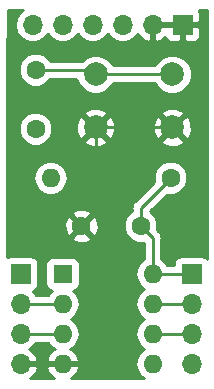
<source format=gbl>
G04 #@! TF.GenerationSoftware,KiCad,Pcbnew,5.0.2+dfsg1-1~bpo9+1*
G04 #@! TF.CreationDate,2020-08-17T14:39:57+01:00*
G04 #@! TF.ProjectId,t85opti,7438356f-7074-4692-9e6b-696361645f70,rev?*
G04 #@! TF.SameCoordinates,Original*
G04 #@! TF.FileFunction,Copper,L2,Bot*
G04 #@! TF.FilePolarity,Positive*
%FSLAX46Y46*%
G04 Gerber Fmt 4.6, Leading zero omitted, Abs format (unit mm)*
G04 Created by KiCad (PCBNEW 5.0.2+dfsg1-1~bpo9+1) date Mon 17 Aug 2020 14:39:57 IST*
%MOMM*%
%LPD*%
G01*
G04 APERTURE LIST*
G04 #@! TA.AperFunction,ComponentPad*
%ADD10C,1.600000*%
G04 #@! TD*
G04 #@! TA.AperFunction,ComponentPad*
%ADD11O,1.600000X1.600000*%
G04 #@! TD*
G04 #@! TA.AperFunction,ComponentPad*
%ADD12C,2.000000*%
G04 #@! TD*
G04 #@! TA.AperFunction,ComponentPad*
%ADD13O,1.700000X1.700000*%
G04 #@! TD*
G04 #@! TA.AperFunction,ComponentPad*
%ADD14R,1.700000X1.700000*%
G04 #@! TD*
G04 #@! TA.AperFunction,ComponentPad*
%ADD15R,1.600000X1.600000*%
G04 #@! TD*
G04 #@! TA.AperFunction,Conductor*
%ADD16C,0.250000*%
G04 #@! TD*
G04 #@! TA.AperFunction,Conductor*
%ADD17C,0.254000*%
G04 #@! TD*
G04 APERTURE END LIST*
D10*
G04 #@! TO.P,R1,1*
G04 #@! TO.N,VCC*
X140208000Y-54864000D03*
D11*
G04 #@! TO.P,R1,2*
G04 #@! TO.N,/RESET*
X130048000Y-54864000D03*
G04 #@! TD*
D12*
G04 #@! TO.P,SW1,2*
G04 #@! TO.N,GND*
X133858000Y-50601000D03*
G04 #@! TO.P,SW1,1*
G04 #@! TO.N,Net-(C2-Pad1)*
X133858000Y-46101000D03*
G04 #@! TO.P,SW1,2*
G04 #@! TO.N,GND*
X140358000Y-50601000D03*
G04 #@! TO.P,SW1,1*
G04 #@! TO.N,Net-(C2-Pad1)*
X140358000Y-46101000D03*
G04 #@! TD*
D10*
G04 #@! TO.P,C2,2*
G04 #@! TO.N,/RESET*
X128778000Y-50720000D03*
G04 #@! TO.P,C2,1*
G04 #@! TO.N,Net-(C2-Pad1)*
X128778000Y-45720000D03*
G04 #@! TD*
G04 #@! TO.P,C1,1*
G04 #@! TO.N,VCC*
X137668000Y-58928000D03*
G04 #@! TO.P,C1,2*
G04 #@! TO.N,GND*
X132668000Y-58928000D03*
G04 #@! TD*
D13*
G04 #@! TO.P,J3,4*
G04 #@! TO.N,GND*
X127508000Y-70612000D03*
G04 #@! TO.P,J3,3*
G04 #@! TO.N,Net-(J3-Pad3)*
X127508000Y-68072000D03*
G04 #@! TO.P,J3,2*
G04 #@! TO.N,Net-(J3-Pad2)*
X127508000Y-65532000D03*
D14*
G04 #@! TO.P,J3,1*
G04 #@! TO.N,/RESET*
X127508000Y-62992000D03*
G04 #@! TD*
G04 #@! TO.P,J2,1*
G04 #@! TO.N,VCC*
X141986000Y-62992000D03*
D13*
G04 #@! TO.P,J2,2*
G04 #@! TO.N,Net-(J2-Pad2)*
X141986000Y-65532000D03*
G04 #@! TO.P,J2,3*
G04 #@! TO.N,/TxD*
X141986000Y-68072000D03*
G04 #@! TO.P,J2,4*
G04 #@! TO.N,/RxD*
X141986000Y-70612000D03*
G04 #@! TD*
D14*
G04 #@! TO.P,J1,1*
G04 #@! TO.N,GND*
X141224000Y-41910000D03*
D13*
G04 #@! TO.P,J1,2*
X138684000Y-41910000D03*
G04 #@! TO.P,J1,3*
G04 #@! TO.N,VCC*
X136144000Y-41910000D03*
G04 #@! TO.P,J1,4*
G04 #@! TO.N,/TxD*
X133604000Y-41910000D03*
G04 #@! TO.P,J1,5*
G04 #@! TO.N,/RxD*
X131064000Y-41910000D03*
G04 #@! TO.P,J1,6*
G04 #@! TO.N,Net-(C2-Pad1)*
X128524000Y-41910000D03*
G04 #@! TD*
D15*
G04 #@! TO.P,U1,1*
G04 #@! TO.N,/RESET*
X131064000Y-62992000D03*
D11*
G04 #@! TO.P,U1,5*
G04 #@! TO.N,/RxD*
X138684000Y-70612000D03*
G04 #@! TO.P,U1,2*
G04 #@! TO.N,Net-(J3-Pad2)*
X131064000Y-65532000D03*
G04 #@! TO.P,U1,6*
G04 #@! TO.N,/TxD*
X138684000Y-68072000D03*
G04 #@! TO.P,U1,3*
G04 #@! TO.N,Net-(J3-Pad3)*
X131064000Y-68072000D03*
G04 #@! TO.P,U1,7*
G04 #@! TO.N,Net-(J2-Pad2)*
X138684000Y-65532000D03*
G04 #@! TO.P,U1,4*
G04 #@! TO.N,GND*
X131064000Y-70612000D03*
G04 #@! TO.P,U1,8*
G04 #@! TO.N,VCC*
X138684000Y-62992000D03*
G04 #@! TD*
D16*
G04 #@! TO.N,VCC*
X138684000Y-62992000D02*
X140810700Y-62992000D01*
X141986000Y-62992000D02*
X140810700Y-62992000D01*
X138684000Y-62992000D02*
X138684000Y-59944000D01*
X138684000Y-59944000D02*
X137668000Y-58928000D01*
X140208000Y-54864000D02*
X137668000Y-57404000D01*
X137668000Y-57404000D02*
X137668000Y-58928000D01*
G04 #@! TO.N,Net-(J3-Pad2)*
X131064000Y-65532000D02*
X127508000Y-65532000D01*
G04 #@! TO.N,/TxD*
X138684000Y-68072000D02*
X141986000Y-68072000D01*
G04 #@! TO.N,Net-(J3-Pad3)*
X131064000Y-68072000D02*
X127508000Y-68072000D01*
G04 #@! TO.N,Net-(J2-Pad2)*
X138684000Y-65532000D02*
X141986000Y-65532000D01*
G04 #@! TO.N,GND*
X140358000Y-50601000D02*
X133858000Y-50601000D01*
X132668000Y-58928000D02*
X133858000Y-57738000D01*
X133858000Y-57738000D02*
X133858000Y-50601000D01*
G04 #@! TO.N,Net-(C2-Pad1)*
X128778000Y-45720000D02*
X133477000Y-45720000D01*
X133477000Y-45720000D02*
X133858000Y-46101000D01*
X140358000Y-46101000D02*
X133858000Y-46101000D01*
G04 #@! TD*
D17*
G04 #@! TO.N,GND*
G36*
X127453375Y-40839375D02*
X127125161Y-41330582D01*
X127009908Y-41910000D01*
X127125161Y-42489418D01*
X127453375Y-42980625D01*
X127944582Y-43308839D01*
X128377744Y-43395000D01*
X128670256Y-43395000D01*
X129103418Y-43308839D01*
X129594625Y-42980625D01*
X129794000Y-42682239D01*
X129993375Y-42980625D01*
X130484582Y-43308839D01*
X130917744Y-43395000D01*
X131210256Y-43395000D01*
X131643418Y-43308839D01*
X132134625Y-42980625D01*
X132334000Y-42682239D01*
X132533375Y-42980625D01*
X133024582Y-43308839D01*
X133457744Y-43395000D01*
X133750256Y-43395000D01*
X134183418Y-43308839D01*
X134674625Y-42980625D01*
X134874000Y-42682239D01*
X135073375Y-42980625D01*
X135564582Y-43308839D01*
X135997744Y-43395000D01*
X136290256Y-43395000D01*
X136723418Y-43308839D01*
X137214625Y-42980625D01*
X137427843Y-42661522D01*
X137488817Y-42791358D01*
X137917076Y-43181645D01*
X138327110Y-43351476D01*
X138557000Y-43230155D01*
X138557000Y-42037000D01*
X138811000Y-42037000D01*
X138811000Y-43230155D01*
X139040890Y-43351476D01*
X139450924Y-43181645D01*
X139748864Y-42910122D01*
X139835673Y-43119698D01*
X140014301Y-43298327D01*
X140247690Y-43395000D01*
X140938250Y-43395000D01*
X141097000Y-43236250D01*
X141097000Y-42037000D01*
X141351000Y-42037000D01*
X141351000Y-43236250D01*
X141509750Y-43395000D01*
X142200310Y-43395000D01*
X142433699Y-43298327D01*
X142612327Y-43119698D01*
X142709000Y-42886309D01*
X142709000Y-42195750D01*
X142550250Y-42037000D01*
X141351000Y-42037000D01*
X141097000Y-42037000D01*
X138811000Y-42037000D01*
X138557000Y-42037000D01*
X138537000Y-42037000D01*
X138537000Y-41783000D01*
X138557000Y-41783000D01*
X138557000Y-41763000D01*
X138811000Y-41763000D01*
X138811000Y-41783000D01*
X141097000Y-41783000D01*
X141097000Y-41763000D01*
X141351000Y-41763000D01*
X141351000Y-41783000D01*
X142550250Y-41783000D01*
X142709000Y-41624250D01*
X142709000Y-40933691D01*
X142612327Y-40700302D01*
X142602025Y-40690000D01*
X143333001Y-40690000D01*
X143333000Y-61742845D01*
X143293809Y-61684191D01*
X143083765Y-61543843D01*
X142836000Y-61494560D01*
X141136000Y-61494560D01*
X140888235Y-61543843D01*
X140678191Y-61684191D01*
X140537843Y-61894235D01*
X140488560Y-62142000D01*
X140488560Y-62232000D01*
X139902043Y-62232000D01*
X139718577Y-61957423D01*
X139444000Y-61773957D01*
X139444000Y-60018847D01*
X139458888Y-59944000D01*
X139444000Y-59869153D01*
X139444000Y-59869148D01*
X139399904Y-59647463D01*
X139231929Y-59396071D01*
X139168473Y-59353671D01*
X139081104Y-59266302D01*
X139103000Y-59213439D01*
X139103000Y-58642561D01*
X138884534Y-58115138D01*
X138480862Y-57711466D01*
X138448670Y-57698132D01*
X139869699Y-56277104D01*
X139922561Y-56299000D01*
X140493439Y-56299000D01*
X141020862Y-56080534D01*
X141424534Y-55676862D01*
X141643000Y-55149439D01*
X141643000Y-54578561D01*
X141424534Y-54051138D01*
X141020862Y-53647466D01*
X140493439Y-53429000D01*
X139922561Y-53429000D01*
X139395138Y-53647466D01*
X138991466Y-54051138D01*
X138773000Y-54578561D01*
X138773000Y-55149439D01*
X138794896Y-55202301D01*
X137183530Y-56813669D01*
X137120071Y-56856071D01*
X136952096Y-57107464D01*
X136908000Y-57329149D01*
X136908000Y-57329153D01*
X136893112Y-57404000D01*
X136908000Y-57478847D01*
X136908000Y-57689570D01*
X136855138Y-57711466D01*
X136451466Y-58115138D01*
X136233000Y-58642561D01*
X136233000Y-59213439D01*
X136451466Y-59740862D01*
X136855138Y-60144534D01*
X137382561Y-60363000D01*
X137924001Y-60363000D01*
X137924000Y-61773956D01*
X137649423Y-61957423D01*
X137332260Y-62432091D01*
X137220887Y-62992000D01*
X137332260Y-63551909D01*
X137649423Y-64026577D01*
X138001758Y-64262000D01*
X137649423Y-64497423D01*
X137332260Y-64972091D01*
X137220887Y-65532000D01*
X137332260Y-66091909D01*
X137649423Y-66566577D01*
X138001758Y-66802000D01*
X137649423Y-67037423D01*
X137332260Y-67512091D01*
X137220887Y-68072000D01*
X137332260Y-68631909D01*
X137649423Y-69106577D01*
X138001758Y-69342000D01*
X137649423Y-69577423D01*
X137332260Y-70052091D01*
X137220887Y-70612000D01*
X137332260Y-71171909D01*
X137649423Y-71646577D01*
X137926928Y-71832000D01*
X131776279Y-71832000D01*
X131919134Y-71764389D01*
X132295041Y-71349423D01*
X132455904Y-70961039D01*
X132333915Y-70739000D01*
X131191000Y-70739000D01*
X131191000Y-70759000D01*
X130937000Y-70759000D01*
X130937000Y-70739000D01*
X129794085Y-70739000D01*
X129672096Y-70961039D01*
X129832959Y-71349423D01*
X130208866Y-71764389D01*
X130351721Y-71832000D01*
X128336514Y-71832000D01*
X128389358Y-71807183D01*
X128779645Y-71378924D01*
X128949476Y-70968890D01*
X128828155Y-70739000D01*
X127635000Y-70739000D01*
X127635000Y-70759000D01*
X127381000Y-70759000D01*
X127381000Y-70739000D01*
X127361000Y-70739000D01*
X127361000Y-70485000D01*
X127381000Y-70485000D01*
X127381000Y-70465000D01*
X127635000Y-70465000D01*
X127635000Y-70485000D01*
X128828155Y-70485000D01*
X128949476Y-70255110D01*
X128779645Y-69845076D01*
X128389358Y-69416817D01*
X128259522Y-69355843D01*
X128578625Y-69142625D01*
X128786178Y-68832000D01*
X129845957Y-68832000D01*
X130029423Y-69106577D01*
X130413108Y-69362947D01*
X130208866Y-69459611D01*
X129832959Y-69874577D01*
X129672096Y-70262961D01*
X129794085Y-70485000D01*
X130937000Y-70485000D01*
X130937000Y-70465000D01*
X131191000Y-70465000D01*
X131191000Y-70485000D01*
X132333915Y-70485000D01*
X132455904Y-70262961D01*
X132295041Y-69874577D01*
X131919134Y-69459611D01*
X131714892Y-69362947D01*
X132098577Y-69106577D01*
X132415740Y-68631909D01*
X132527113Y-68072000D01*
X132415740Y-67512091D01*
X132098577Y-67037423D01*
X131746242Y-66802000D01*
X132098577Y-66566577D01*
X132415740Y-66091909D01*
X132527113Y-65532000D01*
X132415740Y-64972091D01*
X132098577Y-64497423D01*
X131977894Y-64416785D01*
X132111765Y-64390157D01*
X132321809Y-64249809D01*
X132462157Y-64039765D01*
X132511440Y-63792000D01*
X132511440Y-62192000D01*
X132462157Y-61944235D01*
X132321809Y-61734191D01*
X132111765Y-61593843D01*
X131864000Y-61544560D01*
X130264000Y-61544560D01*
X130016235Y-61593843D01*
X129806191Y-61734191D01*
X129665843Y-61944235D01*
X129616560Y-62192000D01*
X129616560Y-63792000D01*
X129665843Y-64039765D01*
X129806191Y-64249809D01*
X130016235Y-64390157D01*
X130150106Y-64416785D01*
X130029423Y-64497423D01*
X129845957Y-64772000D01*
X128786178Y-64772000D01*
X128578625Y-64461375D01*
X128560381Y-64449184D01*
X128605765Y-64440157D01*
X128815809Y-64299809D01*
X128956157Y-64089765D01*
X129005440Y-63842000D01*
X129005440Y-62142000D01*
X128956157Y-61894235D01*
X128815809Y-61684191D01*
X128605765Y-61543843D01*
X128358000Y-61494560D01*
X126658000Y-61494560D01*
X126410235Y-61543843D01*
X126330661Y-61597013D01*
X126337149Y-59935745D01*
X131839861Y-59935745D01*
X131913995Y-60181864D01*
X132451223Y-60374965D01*
X133021454Y-60347778D01*
X133422005Y-60181864D01*
X133496139Y-59935745D01*
X132668000Y-59107605D01*
X131839861Y-59935745D01*
X126337149Y-59935745D01*
X126341933Y-58711223D01*
X131221035Y-58711223D01*
X131248222Y-59281454D01*
X131414136Y-59682005D01*
X131660255Y-59756139D01*
X132488395Y-58928000D01*
X132847605Y-58928000D01*
X133675745Y-59756139D01*
X133921864Y-59682005D01*
X134114965Y-59144777D01*
X134087778Y-58574546D01*
X133921864Y-58173995D01*
X133675745Y-58099861D01*
X132847605Y-58928000D01*
X132488395Y-58928000D01*
X131660255Y-58099861D01*
X131414136Y-58173995D01*
X131221035Y-58711223D01*
X126341933Y-58711223D01*
X126345022Y-57920255D01*
X131839861Y-57920255D01*
X132668000Y-58748395D01*
X133496139Y-57920255D01*
X133422005Y-57674136D01*
X132884777Y-57481035D01*
X132314546Y-57508222D01*
X131913995Y-57674136D01*
X131839861Y-57920255D01*
X126345022Y-57920255D01*
X126356961Y-54864000D01*
X128584887Y-54864000D01*
X128696260Y-55423909D01*
X129013423Y-55898577D01*
X129488091Y-56215740D01*
X129906667Y-56299000D01*
X130189333Y-56299000D01*
X130607909Y-56215740D01*
X131082577Y-55898577D01*
X131399740Y-55423909D01*
X131511113Y-54864000D01*
X131399740Y-54304091D01*
X131082577Y-53829423D01*
X130607909Y-53512260D01*
X130189333Y-53429000D01*
X129906667Y-53429000D01*
X129488091Y-53512260D01*
X129013423Y-53829423D01*
X128696260Y-54304091D01*
X128584887Y-54864000D01*
X126356961Y-54864000D01*
X126374264Y-50434561D01*
X127343000Y-50434561D01*
X127343000Y-51005439D01*
X127561466Y-51532862D01*
X127965138Y-51936534D01*
X128492561Y-52155000D01*
X129063439Y-52155000D01*
X129590862Y-51936534D01*
X129773864Y-51753532D01*
X132885073Y-51753532D01*
X132983736Y-52020387D01*
X133593461Y-52246908D01*
X134243460Y-52222856D01*
X134732264Y-52020387D01*
X134830927Y-51753532D01*
X139385073Y-51753532D01*
X139483736Y-52020387D01*
X140093461Y-52246908D01*
X140743460Y-52222856D01*
X141232264Y-52020387D01*
X141330927Y-51753532D01*
X140358000Y-50780605D01*
X139385073Y-51753532D01*
X134830927Y-51753532D01*
X133858000Y-50780605D01*
X132885073Y-51753532D01*
X129773864Y-51753532D01*
X129994534Y-51532862D01*
X130213000Y-51005439D01*
X130213000Y-50434561D01*
X130172366Y-50336461D01*
X132212092Y-50336461D01*
X132236144Y-50986460D01*
X132438613Y-51475264D01*
X132705468Y-51573927D01*
X133678395Y-50601000D01*
X134037605Y-50601000D01*
X135010532Y-51573927D01*
X135277387Y-51475264D01*
X135503908Y-50865539D01*
X135484331Y-50336461D01*
X138712092Y-50336461D01*
X138736144Y-50986460D01*
X138938613Y-51475264D01*
X139205468Y-51573927D01*
X140178395Y-50601000D01*
X140537605Y-50601000D01*
X141510532Y-51573927D01*
X141777387Y-51475264D01*
X142003908Y-50865539D01*
X141979856Y-50215540D01*
X141777387Y-49726736D01*
X141510532Y-49628073D01*
X140537605Y-50601000D01*
X140178395Y-50601000D01*
X139205468Y-49628073D01*
X138938613Y-49726736D01*
X138712092Y-50336461D01*
X135484331Y-50336461D01*
X135479856Y-50215540D01*
X135277387Y-49726736D01*
X135010532Y-49628073D01*
X134037605Y-50601000D01*
X133678395Y-50601000D01*
X132705468Y-49628073D01*
X132438613Y-49726736D01*
X132212092Y-50336461D01*
X130172366Y-50336461D01*
X129994534Y-49907138D01*
X129590862Y-49503466D01*
X129458086Y-49448468D01*
X132885073Y-49448468D01*
X133858000Y-50421395D01*
X134830927Y-49448468D01*
X139385073Y-49448468D01*
X140358000Y-50421395D01*
X141330927Y-49448468D01*
X141232264Y-49181613D01*
X140622539Y-48955092D01*
X139972540Y-48979144D01*
X139483736Y-49181613D01*
X139385073Y-49448468D01*
X134830927Y-49448468D01*
X134732264Y-49181613D01*
X134122539Y-48955092D01*
X133472540Y-48979144D01*
X132983736Y-49181613D01*
X132885073Y-49448468D01*
X129458086Y-49448468D01*
X129063439Y-49285000D01*
X128492561Y-49285000D01*
X127965138Y-49503466D01*
X127561466Y-49907138D01*
X127343000Y-50434561D01*
X126374264Y-50434561D01*
X126393795Y-45434561D01*
X127343000Y-45434561D01*
X127343000Y-46005439D01*
X127561466Y-46532862D01*
X127965138Y-46936534D01*
X128492561Y-47155000D01*
X129063439Y-47155000D01*
X129590862Y-46936534D01*
X129994534Y-46532862D01*
X130016430Y-46480000D01*
X132245276Y-46480000D01*
X132471914Y-47027153D01*
X132931847Y-47487086D01*
X133532778Y-47736000D01*
X134183222Y-47736000D01*
X134784153Y-47487086D01*
X135244086Y-47027153D01*
X135312909Y-46861000D01*
X138903091Y-46861000D01*
X138971914Y-47027153D01*
X139431847Y-47487086D01*
X140032778Y-47736000D01*
X140683222Y-47736000D01*
X141284153Y-47487086D01*
X141744086Y-47027153D01*
X141993000Y-46426222D01*
X141993000Y-45775778D01*
X141744086Y-45174847D01*
X141284153Y-44714914D01*
X140683222Y-44466000D01*
X140032778Y-44466000D01*
X139431847Y-44714914D01*
X138971914Y-45174847D01*
X138903091Y-45341000D01*
X135312909Y-45341000D01*
X135244086Y-45174847D01*
X134784153Y-44714914D01*
X134183222Y-44466000D01*
X133532778Y-44466000D01*
X132931847Y-44714914D01*
X132686761Y-44960000D01*
X130016430Y-44960000D01*
X129994534Y-44907138D01*
X129590862Y-44503466D01*
X129063439Y-44285000D01*
X128492561Y-44285000D01*
X127965138Y-44503466D01*
X127561466Y-44907138D01*
X127343000Y-45434561D01*
X126393795Y-45434561D01*
X126412329Y-40690000D01*
X127676931Y-40690000D01*
X127453375Y-40839375D01*
X127453375Y-40839375D01*
G37*
X127453375Y-40839375D02*
X127125161Y-41330582D01*
X127009908Y-41910000D01*
X127125161Y-42489418D01*
X127453375Y-42980625D01*
X127944582Y-43308839D01*
X128377744Y-43395000D01*
X128670256Y-43395000D01*
X129103418Y-43308839D01*
X129594625Y-42980625D01*
X129794000Y-42682239D01*
X129993375Y-42980625D01*
X130484582Y-43308839D01*
X130917744Y-43395000D01*
X131210256Y-43395000D01*
X131643418Y-43308839D01*
X132134625Y-42980625D01*
X132334000Y-42682239D01*
X132533375Y-42980625D01*
X133024582Y-43308839D01*
X133457744Y-43395000D01*
X133750256Y-43395000D01*
X134183418Y-43308839D01*
X134674625Y-42980625D01*
X134874000Y-42682239D01*
X135073375Y-42980625D01*
X135564582Y-43308839D01*
X135997744Y-43395000D01*
X136290256Y-43395000D01*
X136723418Y-43308839D01*
X137214625Y-42980625D01*
X137427843Y-42661522D01*
X137488817Y-42791358D01*
X137917076Y-43181645D01*
X138327110Y-43351476D01*
X138557000Y-43230155D01*
X138557000Y-42037000D01*
X138811000Y-42037000D01*
X138811000Y-43230155D01*
X139040890Y-43351476D01*
X139450924Y-43181645D01*
X139748864Y-42910122D01*
X139835673Y-43119698D01*
X140014301Y-43298327D01*
X140247690Y-43395000D01*
X140938250Y-43395000D01*
X141097000Y-43236250D01*
X141097000Y-42037000D01*
X141351000Y-42037000D01*
X141351000Y-43236250D01*
X141509750Y-43395000D01*
X142200310Y-43395000D01*
X142433699Y-43298327D01*
X142612327Y-43119698D01*
X142709000Y-42886309D01*
X142709000Y-42195750D01*
X142550250Y-42037000D01*
X141351000Y-42037000D01*
X141097000Y-42037000D01*
X138811000Y-42037000D01*
X138557000Y-42037000D01*
X138537000Y-42037000D01*
X138537000Y-41783000D01*
X138557000Y-41783000D01*
X138557000Y-41763000D01*
X138811000Y-41763000D01*
X138811000Y-41783000D01*
X141097000Y-41783000D01*
X141097000Y-41763000D01*
X141351000Y-41763000D01*
X141351000Y-41783000D01*
X142550250Y-41783000D01*
X142709000Y-41624250D01*
X142709000Y-40933691D01*
X142612327Y-40700302D01*
X142602025Y-40690000D01*
X143333001Y-40690000D01*
X143333000Y-61742845D01*
X143293809Y-61684191D01*
X143083765Y-61543843D01*
X142836000Y-61494560D01*
X141136000Y-61494560D01*
X140888235Y-61543843D01*
X140678191Y-61684191D01*
X140537843Y-61894235D01*
X140488560Y-62142000D01*
X140488560Y-62232000D01*
X139902043Y-62232000D01*
X139718577Y-61957423D01*
X139444000Y-61773957D01*
X139444000Y-60018847D01*
X139458888Y-59944000D01*
X139444000Y-59869153D01*
X139444000Y-59869148D01*
X139399904Y-59647463D01*
X139231929Y-59396071D01*
X139168473Y-59353671D01*
X139081104Y-59266302D01*
X139103000Y-59213439D01*
X139103000Y-58642561D01*
X138884534Y-58115138D01*
X138480862Y-57711466D01*
X138448670Y-57698132D01*
X139869699Y-56277104D01*
X139922561Y-56299000D01*
X140493439Y-56299000D01*
X141020862Y-56080534D01*
X141424534Y-55676862D01*
X141643000Y-55149439D01*
X141643000Y-54578561D01*
X141424534Y-54051138D01*
X141020862Y-53647466D01*
X140493439Y-53429000D01*
X139922561Y-53429000D01*
X139395138Y-53647466D01*
X138991466Y-54051138D01*
X138773000Y-54578561D01*
X138773000Y-55149439D01*
X138794896Y-55202301D01*
X137183530Y-56813669D01*
X137120071Y-56856071D01*
X136952096Y-57107464D01*
X136908000Y-57329149D01*
X136908000Y-57329153D01*
X136893112Y-57404000D01*
X136908000Y-57478847D01*
X136908000Y-57689570D01*
X136855138Y-57711466D01*
X136451466Y-58115138D01*
X136233000Y-58642561D01*
X136233000Y-59213439D01*
X136451466Y-59740862D01*
X136855138Y-60144534D01*
X137382561Y-60363000D01*
X137924001Y-60363000D01*
X137924000Y-61773956D01*
X137649423Y-61957423D01*
X137332260Y-62432091D01*
X137220887Y-62992000D01*
X137332260Y-63551909D01*
X137649423Y-64026577D01*
X138001758Y-64262000D01*
X137649423Y-64497423D01*
X137332260Y-64972091D01*
X137220887Y-65532000D01*
X137332260Y-66091909D01*
X137649423Y-66566577D01*
X138001758Y-66802000D01*
X137649423Y-67037423D01*
X137332260Y-67512091D01*
X137220887Y-68072000D01*
X137332260Y-68631909D01*
X137649423Y-69106577D01*
X138001758Y-69342000D01*
X137649423Y-69577423D01*
X137332260Y-70052091D01*
X137220887Y-70612000D01*
X137332260Y-71171909D01*
X137649423Y-71646577D01*
X137926928Y-71832000D01*
X131776279Y-71832000D01*
X131919134Y-71764389D01*
X132295041Y-71349423D01*
X132455904Y-70961039D01*
X132333915Y-70739000D01*
X131191000Y-70739000D01*
X131191000Y-70759000D01*
X130937000Y-70759000D01*
X130937000Y-70739000D01*
X129794085Y-70739000D01*
X129672096Y-70961039D01*
X129832959Y-71349423D01*
X130208866Y-71764389D01*
X130351721Y-71832000D01*
X128336514Y-71832000D01*
X128389358Y-71807183D01*
X128779645Y-71378924D01*
X128949476Y-70968890D01*
X128828155Y-70739000D01*
X127635000Y-70739000D01*
X127635000Y-70759000D01*
X127381000Y-70759000D01*
X127381000Y-70739000D01*
X127361000Y-70739000D01*
X127361000Y-70485000D01*
X127381000Y-70485000D01*
X127381000Y-70465000D01*
X127635000Y-70465000D01*
X127635000Y-70485000D01*
X128828155Y-70485000D01*
X128949476Y-70255110D01*
X128779645Y-69845076D01*
X128389358Y-69416817D01*
X128259522Y-69355843D01*
X128578625Y-69142625D01*
X128786178Y-68832000D01*
X129845957Y-68832000D01*
X130029423Y-69106577D01*
X130413108Y-69362947D01*
X130208866Y-69459611D01*
X129832959Y-69874577D01*
X129672096Y-70262961D01*
X129794085Y-70485000D01*
X130937000Y-70485000D01*
X130937000Y-70465000D01*
X131191000Y-70465000D01*
X131191000Y-70485000D01*
X132333915Y-70485000D01*
X132455904Y-70262961D01*
X132295041Y-69874577D01*
X131919134Y-69459611D01*
X131714892Y-69362947D01*
X132098577Y-69106577D01*
X132415740Y-68631909D01*
X132527113Y-68072000D01*
X132415740Y-67512091D01*
X132098577Y-67037423D01*
X131746242Y-66802000D01*
X132098577Y-66566577D01*
X132415740Y-66091909D01*
X132527113Y-65532000D01*
X132415740Y-64972091D01*
X132098577Y-64497423D01*
X131977894Y-64416785D01*
X132111765Y-64390157D01*
X132321809Y-64249809D01*
X132462157Y-64039765D01*
X132511440Y-63792000D01*
X132511440Y-62192000D01*
X132462157Y-61944235D01*
X132321809Y-61734191D01*
X132111765Y-61593843D01*
X131864000Y-61544560D01*
X130264000Y-61544560D01*
X130016235Y-61593843D01*
X129806191Y-61734191D01*
X129665843Y-61944235D01*
X129616560Y-62192000D01*
X129616560Y-63792000D01*
X129665843Y-64039765D01*
X129806191Y-64249809D01*
X130016235Y-64390157D01*
X130150106Y-64416785D01*
X130029423Y-64497423D01*
X129845957Y-64772000D01*
X128786178Y-64772000D01*
X128578625Y-64461375D01*
X128560381Y-64449184D01*
X128605765Y-64440157D01*
X128815809Y-64299809D01*
X128956157Y-64089765D01*
X129005440Y-63842000D01*
X129005440Y-62142000D01*
X128956157Y-61894235D01*
X128815809Y-61684191D01*
X128605765Y-61543843D01*
X128358000Y-61494560D01*
X126658000Y-61494560D01*
X126410235Y-61543843D01*
X126330661Y-61597013D01*
X126337149Y-59935745D01*
X131839861Y-59935745D01*
X131913995Y-60181864D01*
X132451223Y-60374965D01*
X133021454Y-60347778D01*
X133422005Y-60181864D01*
X133496139Y-59935745D01*
X132668000Y-59107605D01*
X131839861Y-59935745D01*
X126337149Y-59935745D01*
X126341933Y-58711223D01*
X131221035Y-58711223D01*
X131248222Y-59281454D01*
X131414136Y-59682005D01*
X131660255Y-59756139D01*
X132488395Y-58928000D01*
X132847605Y-58928000D01*
X133675745Y-59756139D01*
X133921864Y-59682005D01*
X134114965Y-59144777D01*
X134087778Y-58574546D01*
X133921864Y-58173995D01*
X133675745Y-58099861D01*
X132847605Y-58928000D01*
X132488395Y-58928000D01*
X131660255Y-58099861D01*
X131414136Y-58173995D01*
X131221035Y-58711223D01*
X126341933Y-58711223D01*
X126345022Y-57920255D01*
X131839861Y-57920255D01*
X132668000Y-58748395D01*
X133496139Y-57920255D01*
X133422005Y-57674136D01*
X132884777Y-57481035D01*
X132314546Y-57508222D01*
X131913995Y-57674136D01*
X131839861Y-57920255D01*
X126345022Y-57920255D01*
X126356961Y-54864000D01*
X128584887Y-54864000D01*
X128696260Y-55423909D01*
X129013423Y-55898577D01*
X129488091Y-56215740D01*
X129906667Y-56299000D01*
X130189333Y-56299000D01*
X130607909Y-56215740D01*
X131082577Y-55898577D01*
X131399740Y-55423909D01*
X131511113Y-54864000D01*
X131399740Y-54304091D01*
X131082577Y-53829423D01*
X130607909Y-53512260D01*
X130189333Y-53429000D01*
X129906667Y-53429000D01*
X129488091Y-53512260D01*
X129013423Y-53829423D01*
X128696260Y-54304091D01*
X128584887Y-54864000D01*
X126356961Y-54864000D01*
X126374264Y-50434561D01*
X127343000Y-50434561D01*
X127343000Y-51005439D01*
X127561466Y-51532862D01*
X127965138Y-51936534D01*
X128492561Y-52155000D01*
X129063439Y-52155000D01*
X129590862Y-51936534D01*
X129773864Y-51753532D01*
X132885073Y-51753532D01*
X132983736Y-52020387D01*
X133593461Y-52246908D01*
X134243460Y-52222856D01*
X134732264Y-52020387D01*
X134830927Y-51753532D01*
X139385073Y-51753532D01*
X139483736Y-52020387D01*
X140093461Y-52246908D01*
X140743460Y-52222856D01*
X141232264Y-52020387D01*
X141330927Y-51753532D01*
X140358000Y-50780605D01*
X139385073Y-51753532D01*
X134830927Y-51753532D01*
X133858000Y-50780605D01*
X132885073Y-51753532D01*
X129773864Y-51753532D01*
X129994534Y-51532862D01*
X130213000Y-51005439D01*
X130213000Y-50434561D01*
X130172366Y-50336461D01*
X132212092Y-50336461D01*
X132236144Y-50986460D01*
X132438613Y-51475264D01*
X132705468Y-51573927D01*
X133678395Y-50601000D01*
X134037605Y-50601000D01*
X135010532Y-51573927D01*
X135277387Y-51475264D01*
X135503908Y-50865539D01*
X135484331Y-50336461D01*
X138712092Y-50336461D01*
X138736144Y-50986460D01*
X138938613Y-51475264D01*
X139205468Y-51573927D01*
X140178395Y-50601000D01*
X140537605Y-50601000D01*
X141510532Y-51573927D01*
X141777387Y-51475264D01*
X142003908Y-50865539D01*
X141979856Y-50215540D01*
X141777387Y-49726736D01*
X141510532Y-49628073D01*
X140537605Y-50601000D01*
X140178395Y-50601000D01*
X139205468Y-49628073D01*
X138938613Y-49726736D01*
X138712092Y-50336461D01*
X135484331Y-50336461D01*
X135479856Y-50215540D01*
X135277387Y-49726736D01*
X135010532Y-49628073D01*
X134037605Y-50601000D01*
X133678395Y-50601000D01*
X132705468Y-49628073D01*
X132438613Y-49726736D01*
X132212092Y-50336461D01*
X130172366Y-50336461D01*
X129994534Y-49907138D01*
X129590862Y-49503466D01*
X129458086Y-49448468D01*
X132885073Y-49448468D01*
X133858000Y-50421395D01*
X134830927Y-49448468D01*
X139385073Y-49448468D01*
X140358000Y-50421395D01*
X141330927Y-49448468D01*
X141232264Y-49181613D01*
X140622539Y-48955092D01*
X139972540Y-48979144D01*
X139483736Y-49181613D01*
X139385073Y-49448468D01*
X134830927Y-49448468D01*
X134732264Y-49181613D01*
X134122539Y-48955092D01*
X133472540Y-48979144D01*
X132983736Y-49181613D01*
X132885073Y-49448468D01*
X129458086Y-49448468D01*
X129063439Y-49285000D01*
X128492561Y-49285000D01*
X127965138Y-49503466D01*
X127561466Y-49907138D01*
X127343000Y-50434561D01*
X126374264Y-50434561D01*
X126393795Y-45434561D01*
X127343000Y-45434561D01*
X127343000Y-46005439D01*
X127561466Y-46532862D01*
X127965138Y-46936534D01*
X128492561Y-47155000D01*
X129063439Y-47155000D01*
X129590862Y-46936534D01*
X129994534Y-46532862D01*
X130016430Y-46480000D01*
X132245276Y-46480000D01*
X132471914Y-47027153D01*
X132931847Y-47487086D01*
X133532778Y-47736000D01*
X134183222Y-47736000D01*
X134784153Y-47487086D01*
X135244086Y-47027153D01*
X135312909Y-46861000D01*
X138903091Y-46861000D01*
X138971914Y-47027153D01*
X139431847Y-47487086D01*
X140032778Y-47736000D01*
X140683222Y-47736000D01*
X141284153Y-47487086D01*
X141744086Y-47027153D01*
X141993000Y-46426222D01*
X141993000Y-45775778D01*
X141744086Y-45174847D01*
X141284153Y-44714914D01*
X140683222Y-44466000D01*
X140032778Y-44466000D01*
X139431847Y-44714914D01*
X138971914Y-45174847D01*
X138903091Y-45341000D01*
X135312909Y-45341000D01*
X135244086Y-45174847D01*
X134784153Y-44714914D01*
X134183222Y-44466000D01*
X133532778Y-44466000D01*
X132931847Y-44714914D01*
X132686761Y-44960000D01*
X130016430Y-44960000D01*
X129994534Y-44907138D01*
X129590862Y-44503466D01*
X129063439Y-44285000D01*
X128492561Y-44285000D01*
X127965138Y-44503466D01*
X127561466Y-44907138D01*
X127343000Y-45434561D01*
X126393795Y-45434561D01*
X126412329Y-40690000D01*
X127676931Y-40690000D01*
X127453375Y-40839375D01*
G04 #@! TD*
M02*

</source>
